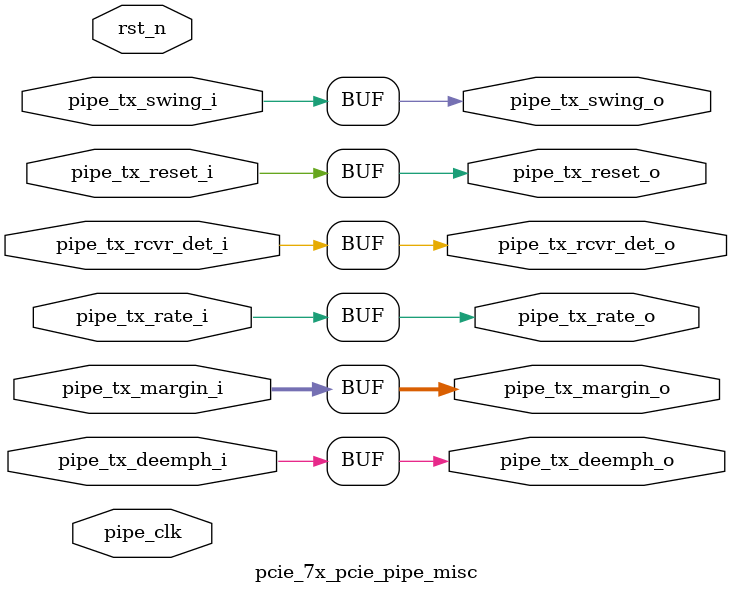
<source format=v>

`timescale 1ps/1ps

(* DowngradeIPIdentifiedWarnings = "yes" *)
module pcie_7x_pcie_pipe_misc #
(
    parameter        PIPE_PIPELINE_STAGES = 0,    // 0 - 0 stages, 1 - 1 stage, 2 - 2 stages
    parameter TCQ  = 1 // synthesis warning solved: parameter declaration becomes local
)
(

    input   wire        pipe_tx_rcvr_det_i       ,     // PIPE Tx Receiver Detect
    input   wire        pipe_tx_reset_i          ,     // PIPE Tx Reset
    input   wire        pipe_tx_rate_i           ,     // PIPE Tx Rate
    input   wire        pipe_tx_deemph_i         ,     // PIPE Tx Deemphasis
    input   wire [2:0]  pipe_tx_margin_i         ,     // PIPE Tx Margin
    input   wire        pipe_tx_swing_i          ,     // PIPE Tx Swing

    output  wire        pipe_tx_rcvr_det_o       ,     // Pipelined PIPE Tx Receiver Detect
    output  wire        pipe_tx_reset_o          ,     // Pipelined PIPE Tx Reset
    output  wire        pipe_tx_rate_o           ,     // Pipelined PIPE Tx Rate
    output  wire        pipe_tx_deemph_o         ,     // Pipelined PIPE Tx Deemphasis
    output  wire [2:0]  pipe_tx_margin_o         ,     // Pipelined PIPE Tx Margin
    output  wire        pipe_tx_swing_o          ,     // Pipelined PIPE Tx Swing

    input   wire        pipe_clk                ,      // PIPE Clock
    input   wire        rst_n                          // Reset
);

//******************************************************************//
// Reality check.                                                   //
//******************************************************************//

//    parameter TCQ  = 1;      // clock to out delay model

    generate

    if (PIPE_PIPELINE_STAGES == 0) begin : pipe_stages_0

        assign pipe_tx_rcvr_det_o = pipe_tx_rcvr_det_i;
        assign pipe_tx_reset_o  = pipe_tx_reset_i;
        assign pipe_tx_rate_o = pipe_tx_rate_i;
        assign pipe_tx_deemph_o = pipe_tx_deemph_i;
        assign pipe_tx_margin_o = pipe_tx_margin_i;
        assign pipe_tx_swing_o = pipe_tx_swing_i;

    end // if (PIPE_PIPELINE_STAGES == 0)
    else if (PIPE_PIPELINE_STAGES == 1) begin : pipe_stages_1

    reg                pipe_tx_rcvr_det_q       ;
    reg                pipe_tx_reset_q          ;
    reg                pipe_tx_rate_q           ;
    reg                pipe_tx_deemph_q         ;
    reg [2:0]          pipe_tx_margin_q         ;
    reg                pipe_tx_swing_q          ;

        always @(posedge pipe_clk) begin

        if (rst_n)
        begin

            pipe_tx_rcvr_det_q <= #TCQ 0;
            pipe_tx_reset_q  <= #TCQ 1'b1;
            pipe_tx_rate_q <= #TCQ 0;
            pipe_tx_deemph_q <= #TCQ 1'b1;
            pipe_tx_margin_q <= #TCQ 0;
            pipe_tx_swing_q <= #TCQ 0;

        end
        else
        begin

            pipe_tx_rcvr_det_q <= #TCQ pipe_tx_rcvr_det_i;
            pipe_tx_reset_q  <= #TCQ pipe_tx_reset_i;
            pipe_tx_rate_q <= #TCQ pipe_tx_rate_i;
            pipe_tx_deemph_q <= #TCQ pipe_tx_deemph_i;
            pipe_tx_margin_q <= #TCQ pipe_tx_margin_i;
            pipe_tx_swing_q <= #TCQ pipe_tx_swing_i;

          end

        end

        assign pipe_tx_rcvr_det_o = pipe_tx_rcvr_det_q;
        assign pipe_tx_reset_o  = pipe_tx_reset_q;
        assign pipe_tx_rate_o = pipe_tx_rate_q;
        assign pipe_tx_deemph_o = pipe_tx_deemph_q;
        assign pipe_tx_margin_o = pipe_tx_margin_q;
        assign pipe_tx_swing_o = pipe_tx_swing_q;

    end // if (PIPE_PIPELINE_STAGES == 1)
    else if (PIPE_PIPELINE_STAGES == 2) begin : pipe_stages_2

    reg                pipe_tx_rcvr_det_q       ;
    reg                pipe_tx_reset_q          ;
    reg                pipe_tx_rate_q           ;
    reg                pipe_tx_deemph_q         ;
    reg [2:0]          pipe_tx_margin_q         ;
    reg                pipe_tx_swing_q          ;

    reg                pipe_tx_rcvr_det_qq      ;
    reg                pipe_tx_reset_qq         ;
    reg                pipe_tx_rate_qq          ;
    reg                pipe_tx_deemph_qq        ;
    reg [2:0]          pipe_tx_margin_qq        ;
    reg                pipe_tx_swing_qq         ;

        always @(posedge pipe_clk) begin

        if (rst_n)
        begin

            pipe_tx_rcvr_det_q <= #TCQ 0;
            pipe_tx_reset_q  <= #TCQ 1'b1;
            pipe_tx_rate_q <= #TCQ 0;
            pipe_tx_deemph_q <= #TCQ 1'b1;
            pipe_tx_margin_q <= #TCQ 0;
            pipe_tx_swing_q <= #TCQ 0;

            pipe_tx_rcvr_det_qq <= #TCQ 0;
            pipe_tx_reset_qq  <= #TCQ 1'b1;
            pipe_tx_rate_qq <= #TCQ 0;
            pipe_tx_deemph_qq <= #TCQ 1'b1;
            pipe_tx_margin_qq <= #TCQ 0;
            pipe_tx_swing_qq <= #TCQ 0;

        end
        else
        begin

            pipe_tx_rcvr_det_q <= #TCQ pipe_tx_rcvr_det_i;
            pipe_tx_reset_q  <= #TCQ pipe_tx_reset_i;
            pipe_tx_rate_q <= #TCQ pipe_tx_rate_i;
            pipe_tx_deemph_q <= #TCQ pipe_tx_deemph_i;
            pipe_tx_margin_q <= #TCQ pipe_tx_margin_i;
            pipe_tx_swing_q <= #TCQ pipe_tx_swing_i;

            pipe_tx_rcvr_det_qq <= #TCQ pipe_tx_rcvr_det_q;
            pipe_tx_reset_qq  <= #TCQ pipe_tx_reset_q;
            pipe_tx_rate_qq <= #TCQ pipe_tx_rate_q;
            pipe_tx_deemph_qq <= #TCQ pipe_tx_deemph_q;
            pipe_tx_margin_qq <= #TCQ pipe_tx_margin_q;
            pipe_tx_swing_qq <= #TCQ pipe_tx_swing_q;

          end

        end

        assign pipe_tx_rcvr_det_o = pipe_tx_rcvr_det_qq;
        assign pipe_tx_reset_o  = pipe_tx_reset_qq;
        assign pipe_tx_rate_o = pipe_tx_rate_qq;
        assign pipe_tx_deemph_o = pipe_tx_deemph_qq;
        assign pipe_tx_margin_o = pipe_tx_margin_qq;
        assign pipe_tx_swing_o = pipe_tx_swing_qq;

    end // if (PIPE_PIPELINE_STAGES == 2)

    endgenerate

endmodule


</source>
